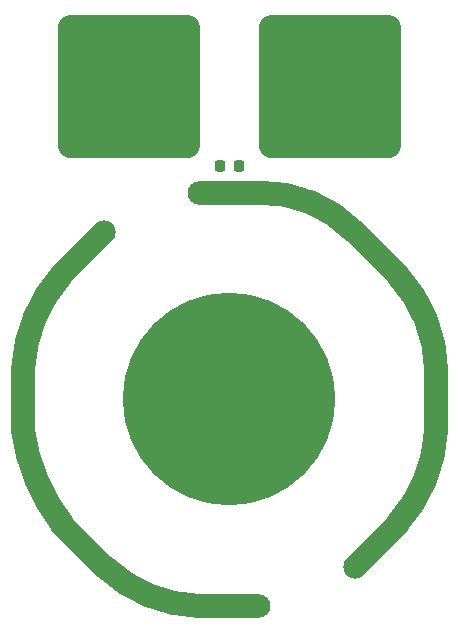
<source format=gbr>
%TF.GenerationSoftware,KiCad,Pcbnew,(6.0.0)*%
%TF.CreationDate,2022-07-31T21:28:17+12:00*%
%TF.ProjectId,MOTOR_TERMINAL_BREAKOUT_42,4d4f544f-525f-4544-9552-4d494e414c5f,0A*%
%TF.SameCoordinates,Original*%
%TF.FileFunction,Soldermask,Top*%
%TF.FilePolarity,Negative*%
%FSLAX46Y46*%
G04 Gerber Fmt 4.6, Leading zero omitted, Abs format (unit mm)*
G04 Created by KiCad (PCBNEW (6.0.0)) date 2022-07-31 21:28:17*
%MOMM*%
%LPD*%
G01*
G04 APERTURE LIST*
G04 Aperture macros list*
%AMRoundRect*
0 Rectangle with rounded corners*
0 $1 Rounding radius*
0 $2 $3 $4 $5 $6 $7 $8 $9 X,Y pos of 4 corners*
0 Add a 4 corners polygon primitive as box body*
4,1,4,$2,$3,$4,$5,$6,$7,$8,$9,$2,$3,0*
0 Add four circle primitives for the rounded corners*
1,1,$1+$1,$2,$3*
1,1,$1+$1,$4,$5*
1,1,$1+$1,$6,$7*
1,1,$1+$1,$8,$9*
0 Add four rect primitives between the rounded corners*
20,1,$1+$1,$2,$3,$4,$5,0*
20,1,$1+$1,$4,$5,$6,$7,0*
20,1,$1+$1,$6,$7,$8,$9,0*
20,1,$1+$1,$8,$9,$2,$3,0*%
%AMHorizOval*
0 Thick line with rounded ends*
0 $1 width*
0 $2 $3 position (X,Y) of the first rounded end (center of the circle)*
0 $4 $5 position (X,Y) of the second rounded end (center of the circle)*
0 Add line between two ends*
20,1,$1,$2,$3,$4,$5,0*
0 Add two circle primitives to create the rounded ends*
1,1,$1,$2,$3*
1,1,$1,$4,$5*%
G04 Aperture macros list end*
%ADD10C,2.000000*%
%ADD11HorizOval,2.000000X-1.767767X1.767767X1.767767X-1.767767X0*%
%ADD12O,7.000000X2.000000*%
%ADD13O,2.000000X7.000000*%
%ADD14C,6.400000*%
%ADD15C,11.000000*%
%ADD16C,18.000000*%
%ADD17HorizOval,2.000000X-1.767767X-1.767767X1.767767X1.767767X0*%
%ADD18RoundRect,0.225000X0.225000X0.250000X-0.225000X0.250000X-0.225000X-0.250000X0.225000X-0.250000X0*%
G04 APERTURE END LIST*
D10*
X237510001Y-147560000D02*
G75*
G03*
X234250000Y-139500000I-12055148J-186623D01*
G01*
X230500000Y-135750000D02*
G75*
G03*
X222510000Y-132500000I-7724843J-7544677D01*
G01*
X206470000Y-118460000D02*
X216520000Y-118460000D01*
X216520000Y-118460000D02*
X216520000Y-128580000D01*
X216520000Y-128580000D02*
X206470000Y-128580000D01*
X206470000Y-128580000D02*
X206470000Y-118460000D01*
G36*
X206470000Y-118460000D02*
G01*
X216520000Y-118460000D01*
X216520000Y-128580000D01*
X206470000Y-128580000D01*
X206470000Y-118460000D01*
G37*
X223480000Y-118475000D02*
X233520000Y-118475000D01*
X233520000Y-118475000D02*
X233520000Y-128575000D01*
X233520000Y-128575000D02*
X223480000Y-128575000D01*
X223480000Y-128575000D02*
X223480000Y-118475000D01*
G36*
X223480000Y-118475000D02*
G01*
X233520000Y-118475000D01*
X233520000Y-128575000D01*
X223480000Y-128575000D01*
X223480000Y-118475000D01*
G37*
X234190000Y-160550000D02*
G75*
G03*
X237500000Y-152590000I-9372052J8565370D01*
G01*
X205860000Y-139370000D02*
G75*
G03*
X202530000Y-147330000I9676411J-8724585D01*
G01*
X209480000Y-164210000D02*
G75*
G03*
X217410000Y-167490000I8244169J8705674D01*
G01*
X202500000Y-152550000D02*
G75*
G03*
X205880000Y-160610000I16736205J2279699D01*
G01*
D11*
%TO.C,H7*%
X232370000Y-137630000D03*
%TD*%
D12*
%TO.C,H8*%
X220000000Y-167500000D03*
%TD*%
%TO.C,H5*%
X220000000Y-132500000D03*
%TD*%
D13*
%TO.C,H4*%
X202500000Y-150000000D03*
%TD*%
D14*
%TO.C,H1*%
X228500000Y-123500000D03*
D15*
X228500000Y-123500000D03*
%TD*%
D16*
%TO.C,H13*%
X220000000Y-150000000D03*
%TD*%
D13*
%TO.C,H9*%
X237500000Y-150000000D03*
%TD*%
D17*
%TO.C,H3*%
X232370000Y-162370000D03*
%TD*%
D14*
%TO.C,H2*%
X211500000Y-123500000D03*
D15*
X211500000Y-123500000D03*
%TD*%
D18*
%TO.C,C1*%
X220775000Y-130250000D03*
X219225000Y-130250000D03*
%TD*%
D17*
%TO.C,H10*%
X207630000Y-137630000D03*
%TD*%
D11*
%TO.C,H6*%
X207630000Y-162370000D03*
%TD*%
M02*

</source>
